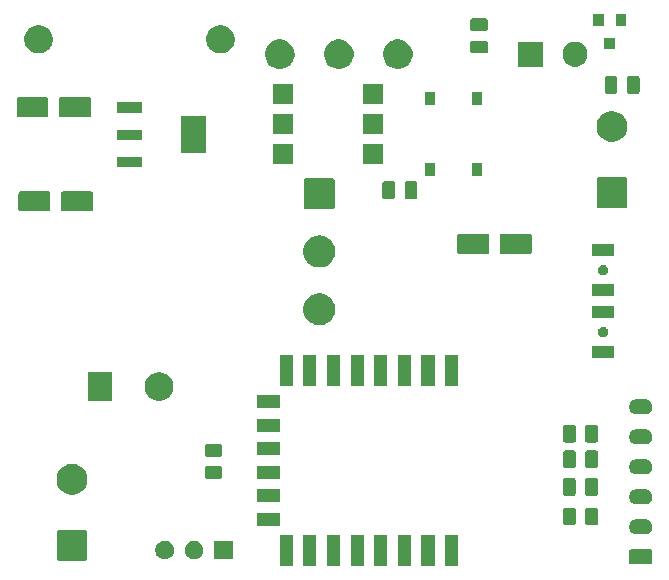
<source format=gbr>
G04 #@! TF.GenerationSoftware,KiCad,Pcbnew,(5.1.5)-3*
G04 #@! TF.CreationDate,2020-09-11T10:44:40-03:00*
G04 #@! TF.ProjectId,HomeTron(kicad),486f6d65-5472-46f6-9e28-6b6963616429,rev?*
G04 #@! TF.SameCoordinates,Original*
G04 #@! TF.FileFunction,Soldermask,Bot*
G04 #@! TF.FilePolarity,Negative*
%FSLAX46Y46*%
G04 Gerber Fmt 4.6, Leading zero omitted, Abs format (unit mm)*
G04 Created by KiCad (PCBNEW (5.1.5)-3) date 2020-09-11 10:44:40*
%MOMM*%
%LPD*%
G04 APERTURE LIST*
%ADD10C,0.100000*%
G04 APERTURE END LIST*
D10*
G36*
X45841100Y-60780500D02*
G01*
X44739100Y-60780500D01*
X44739100Y-58178500D01*
X45841100Y-58178500D01*
X45841100Y-60780500D01*
G37*
G36*
X51841100Y-60780500D02*
G01*
X50739100Y-60780500D01*
X50739100Y-58178500D01*
X51841100Y-58178500D01*
X51841100Y-60780500D01*
G37*
G36*
X49841100Y-60780500D02*
G01*
X48739100Y-60780500D01*
X48739100Y-58178500D01*
X49841100Y-58178500D01*
X49841100Y-60780500D01*
G37*
G36*
X47841100Y-60780500D02*
G01*
X46739100Y-60780500D01*
X46739100Y-58178500D01*
X47841100Y-58178500D01*
X47841100Y-60780500D01*
G37*
G36*
X37841100Y-60780500D02*
G01*
X36739100Y-60780500D01*
X36739100Y-58178500D01*
X37841100Y-58178500D01*
X37841100Y-60780500D01*
G37*
G36*
X41841100Y-60780500D02*
G01*
X40739100Y-60780500D01*
X40739100Y-58178500D01*
X41841100Y-58178500D01*
X41841100Y-60780500D01*
G37*
G36*
X39841100Y-60780500D02*
G01*
X38739100Y-60780500D01*
X38739100Y-58178500D01*
X39841100Y-58178500D01*
X39841100Y-60780500D01*
G37*
G36*
X43841100Y-60780500D02*
G01*
X42739100Y-60780500D01*
X42739100Y-58178500D01*
X43841100Y-58178500D01*
X43841100Y-60780500D01*
G37*
G36*
X68121631Y-59401349D02*
G01*
X68159165Y-59412735D01*
X68193764Y-59431229D01*
X68224086Y-59456114D01*
X68248971Y-59486436D01*
X68267465Y-59521035D01*
X68278851Y-59558569D01*
X68283300Y-59603746D01*
X68283300Y-60462054D01*
X68278851Y-60507231D01*
X68267465Y-60544765D01*
X68248971Y-60579364D01*
X68224086Y-60609686D01*
X68193764Y-60634571D01*
X68159165Y-60653065D01*
X68121631Y-60664451D01*
X68076454Y-60668900D01*
X66518146Y-60668900D01*
X66472969Y-60664451D01*
X66435435Y-60653065D01*
X66400836Y-60634571D01*
X66370514Y-60609686D01*
X66345629Y-60579364D01*
X66327135Y-60544765D01*
X66315749Y-60507231D01*
X66311300Y-60462054D01*
X66311300Y-59603746D01*
X66315749Y-59558569D01*
X66327135Y-59521035D01*
X66345629Y-59486436D01*
X66370514Y-59456114D01*
X66400836Y-59431229D01*
X66435435Y-59412735D01*
X66472969Y-59401349D01*
X66518146Y-59396900D01*
X68076454Y-59396900D01*
X68121631Y-59401349D01*
G37*
G36*
X20310554Y-57772490D02*
G01*
X20342632Y-57782221D01*
X20372195Y-57798023D01*
X20398110Y-57819290D01*
X20419377Y-57845205D01*
X20435179Y-57874768D01*
X20444910Y-57906846D01*
X20448800Y-57946348D01*
X20448800Y-60192852D01*
X20444910Y-60232354D01*
X20435179Y-60264432D01*
X20419377Y-60293995D01*
X20398110Y-60319910D01*
X20372195Y-60341177D01*
X20342632Y-60356979D01*
X20310554Y-60366710D01*
X20271052Y-60370600D01*
X18024548Y-60370600D01*
X17985046Y-60366710D01*
X17952968Y-60356979D01*
X17923405Y-60341177D01*
X17897490Y-60319910D01*
X17876223Y-60293995D01*
X17860421Y-60264432D01*
X17850690Y-60232354D01*
X17846800Y-60192852D01*
X17846800Y-57946348D01*
X17850690Y-57906846D01*
X17860421Y-57874768D01*
X17876223Y-57845205D01*
X17897490Y-57819290D01*
X17923405Y-57798023D01*
X17952968Y-57782221D01*
X17985046Y-57772490D01*
X18024548Y-57768600D01*
X20271052Y-57768600D01*
X20310554Y-57772490D01*
G37*
G36*
X27222942Y-58692981D02*
G01*
X27327392Y-58736246D01*
X27368716Y-58753363D01*
X27499908Y-58841022D01*
X27611478Y-58952592D01*
X27699137Y-59083784D01*
X27699138Y-59083786D01*
X27759519Y-59229558D01*
X27790300Y-59384307D01*
X27790300Y-59542093D01*
X27759519Y-59696842D01*
X27699138Y-59842614D01*
X27699137Y-59842616D01*
X27611478Y-59973808D01*
X27499908Y-60085378D01*
X27368716Y-60173037D01*
X27368715Y-60173038D01*
X27368714Y-60173038D01*
X27222942Y-60233419D01*
X27068193Y-60264200D01*
X26910407Y-60264200D01*
X26755658Y-60233419D01*
X26609886Y-60173038D01*
X26609885Y-60173038D01*
X26609884Y-60173037D01*
X26478692Y-60085378D01*
X26367122Y-59973808D01*
X26279463Y-59842616D01*
X26279462Y-59842614D01*
X26219081Y-59696842D01*
X26188300Y-59542093D01*
X26188300Y-59384307D01*
X26219081Y-59229558D01*
X26279462Y-59083786D01*
X26279463Y-59083784D01*
X26367122Y-58952592D01*
X26478692Y-58841022D01*
X26609884Y-58753363D01*
X26651208Y-58736246D01*
X26755658Y-58692981D01*
X26910407Y-58662200D01*
X27068193Y-58662200D01*
X27222942Y-58692981D01*
G37*
G36*
X29712942Y-58692981D02*
G01*
X29817392Y-58736246D01*
X29858716Y-58753363D01*
X29989908Y-58841022D01*
X30101478Y-58952592D01*
X30189137Y-59083784D01*
X30189138Y-59083786D01*
X30249519Y-59229558D01*
X30280300Y-59384307D01*
X30280300Y-59542093D01*
X30249519Y-59696842D01*
X30189138Y-59842614D01*
X30189137Y-59842616D01*
X30101478Y-59973808D01*
X29989908Y-60085378D01*
X29858716Y-60173037D01*
X29858715Y-60173038D01*
X29858714Y-60173038D01*
X29712942Y-60233419D01*
X29558193Y-60264200D01*
X29400407Y-60264200D01*
X29245658Y-60233419D01*
X29099886Y-60173038D01*
X29099885Y-60173038D01*
X29099884Y-60173037D01*
X28968692Y-60085378D01*
X28857122Y-59973808D01*
X28769463Y-59842616D01*
X28769462Y-59842614D01*
X28709081Y-59696842D01*
X28678300Y-59542093D01*
X28678300Y-59384307D01*
X28709081Y-59229558D01*
X28769462Y-59083786D01*
X28769463Y-59083784D01*
X28857122Y-58952592D01*
X28968692Y-58841022D01*
X29099884Y-58753363D01*
X29141208Y-58736246D01*
X29245658Y-58692981D01*
X29400407Y-58662200D01*
X29558193Y-58662200D01*
X29712942Y-58692981D01*
G37*
G36*
X32715764Y-58664092D02*
G01*
X32728333Y-58667905D01*
X32739918Y-58674097D01*
X32750071Y-58682429D01*
X32758403Y-58692582D01*
X32764595Y-58704167D01*
X32768408Y-58716736D01*
X32770300Y-58735948D01*
X32770300Y-60190452D01*
X32768408Y-60209664D01*
X32764595Y-60222233D01*
X32758403Y-60233818D01*
X32750071Y-60243971D01*
X32739918Y-60252303D01*
X32728333Y-60258495D01*
X32715764Y-60262308D01*
X32696552Y-60264200D01*
X31242048Y-60264200D01*
X31222836Y-60262308D01*
X31210267Y-60258495D01*
X31198682Y-60252303D01*
X31188529Y-60243971D01*
X31180197Y-60233818D01*
X31174005Y-60222233D01*
X31170192Y-60209664D01*
X31168300Y-60190452D01*
X31168300Y-58735948D01*
X31170192Y-58716736D01*
X31174005Y-58704167D01*
X31180197Y-58692582D01*
X31188529Y-58682429D01*
X31198682Y-58674097D01*
X31210267Y-58667905D01*
X31222836Y-58664092D01*
X31242048Y-58662200D01*
X32696552Y-58662200D01*
X32715764Y-58664092D01*
G37*
G36*
X67771976Y-56866102D02*
G01*
X67891867Y-56902471D01*
X68002352Y-56961526D01*
X68099196Y-57041004D01*
X68178674Y-57137848D01*
X68237729Y-57248333D01*
X68274098Y-57368224D01*
X68286377Y-57492900D01*
X68274098Y-57617576D01*
X68237729Y-57737467D01*
X68178674Y-57847952D01*
X68099196Y-57944796D01*
X68002352Y-58024274D01*
X67891867Y-58083329D01*
X67771976Y-58119698D01*
X67678544Y-58128900D01*
X66916056Y-58128900D01*
X66822624Y-58119698D01*
X66702733Y-58083329D01*
X66592248Y-58024274D01*
X66495404Y-57944796D01*
X66415926Y-57847952D01*
X66356871Y-57737467D01*
X66320502Y-57617576D01*
X66308223Y-57492900D01*
X66320502Y-57368224D01*
X66356871Y-57248333D01*
X66415926Y-57137848D01*
X66495404Y-57041004D01*
X66592248Y-56961526D01*
X66702733Y-56902471D01*
X66822624Y-56866102D01*
X66916056Y-56856900D01*
X67678544Y-56856900D01*
X67771976Y-56866102D01*
G37*
G36*
X36741100Y-57430500D02*
G01*
X34839100Y-57430500D01*
X34839100Y-56328500D01*
X36741100Y-56328500D01*
X36741100Y-57430500D01*
G37*
G36*
X63514068Y-55870165D02*
G01*
X63552738Y-55881896D01*
X63588377Y-55900946D01*
X63619617Y-55926583D01*
X63645254Y-55957823D01*
X63664304Y-55993462D01*
X63676035Y-56032132D01*
X63680600Y-56078488D01*
X63680600Y-57154712D01*
X63676035Y-57201068D01*
X63664304Y-57239738D01*
X63645254Y-57275377D01*
X63619617Y-57306617D01*
X63588377Y-57332254D01*
X63552738Y-57351304D01*
X63514068Y-57363035D01*
X63467712Y-57367600D01*
X62816488Y-57367600D01*
X62770132Y-57363035D01*
X62731462Y-57351304D01*
X62695823Y-57332254D01*
X62664583Y-57306617D01*
X62638946Y-57275377D01*
X62619896Y-57239738D01*
X62608165Y-57201068D01*
X62603600Y-57154712D01*
X62603600Y-56078488D01*
X62608165Y-56032132D01*
X62619896Y-55993462D01*
X62638946Y-55957823D01*
X62664583Y-55926583D01*
X62695823Y-55900946D01*
X62731462Y-55881896D01*
X62770132Y-55870165D01*
X62816488Y-55865600D01*
X63467712Y-55865600D01*
X63514068Y-55870165D01*
G37*
G36*
X61639068Y-55870165D02*
G01*
X61677738Y-55881896D01*
X61713377Y-55900946D01*
X61744617Y-55926583D01*
X61770254Y-55957823D01*
X61789304Y-55993462D01*
X61801035Y-56032132D01*
X61805600Y-56078488D01*
X61805600Y-57154712D01*
X61801035Y-57201068D01*
X61789304Y-57239738D01*
X61770254Y-57275377D01*
X61744617Y-57306617D01*
X61713377Y-57332254D01*
X61677738Y-57351304D01*
X61639068Y-57363035D01*
X61592712Y-57367600D01*
X60941488Y-57367600D01*
X60895132Y-57363035D01*
X60856462Y-57351304D01*
X60820823Y-57332254D01*
X60789583Y-57306617D01*
X60763946Y-57275377D01*
X60744896Y-57239738D01*
X60733165Y-57201068D01*
X60728600Y-57154712D01*
X60728600Y-56078488D01*
X60733165Y-56032132D01*
X60744896Y-55993462D01*
X60763946Y-55957823D01*
X60789583Y-55926583D01*
X60820823Y-55900946D01*
X60856462Y-55881896D01*
X60895132Y-55870165D01*
X60941488Y-55865600D01*
X61592712Y-55865600D01*
X61639068Y-55870165D01*
G37*
G36*
X67771976Y-54326102D02*
G01*
X67891867Y-54362471D01*
X68002352Y-54421526D01*
X68099196Y-54501004D01*
X68178674Y-54597848D01*
X68237729Y-54708333D01*
X68274098Y-54828224D01*
X68286377Y-54952900D01*
X68274098Y-55077576D01*
X68237729Y-55197467D01*
X68178674Y-55307952D01*
X68099196Y-55404796D01*
X68002352Y-55484274D01*
X67891867Y-55543329D01*
X67771976Y-55579698D01*
X67678544Y-55588900D01*
X66916056Y-55588900D01*
X66822624Y-55579698D01*
X66702733Y-55543329D01*
X66592248Y-55484274D01*
X66495404Y-55404796D01*
X66415926Y-55307952D01*
X66356871Y-55197467D01*
X66320502Y-55077576D01*
X66308223Y-54952900D01*
X66320502Y-54828224D01*
X66356871Y-54708333D01*
X66415926Y-54597848D01*
X66495404Y-54501004D01*
X66592248Y-54421526D01*
X66702733Y-54362471D01*
X66822624Y-54326102D01*
X66916056Y-54316900D01*
X67678544Y-54316900D01*
X67771976Y-54326102D01*
G37*
G36*
X36741100Y-55430500D02*
G01*
X34839100Y-55430500D01*
X34839100Y-54328500D01*
X36741100Y-54328500D01*
X36741100Y-55430500D01*
G37*
G36*
X63501368Y-53368265D02*
G01*
X63540038Y-53379996D01*
X63575677Y-53399046D01*
X63606917Y-53424683D01*
X63632554Y-53455923D01*
X63651604Y-53491562D01*
X63663335Y-53530232D01*
X63667900Y-53576588D01*
X63667900Y-54652812D01*
X63663335Y-54699168D01*
X63651604Y-54737838D01*
X63632554Y-54773477D01*
X63606917Y-54804717D01*
X63575677Y-54830354D01*
X63540038Y-54849404D01*
X63501368Y-54861135D01*
X63455012Y-54865700D01*
X62803788Y-54865700D01*
X62757432Y-54861135D01*
X62718762Y-54849404D01*
X62683123Y-54830354D01*
X62651883Y-54804717D01*
X62626246Y-54773477D01*
X62607196Y-54737838D01*
X62595465Y-54699168D01*
X62590900Y-54652812D01*
X62590900Y-53576588D01*
X62595465Y-53530232D01*
X62607196Y-53491562D01*
X62626246Y-53455923D01*
X62651883Y-53424683D01*
X62683123Y-53399046D01*
X62718762Y-53379996D01*
X62757432Y-53368265D01*
X62803788Y-53363700D01*
X63455012Y-53363700D01*
X63501368Y-53368265D01*
G37*
G36*
X61626368Y-53368265D02*
G01*
X61665038Y-53379996D01*
X61700677Y-53399046D01*
X61731917Y-53424683D01*
X61757554Y-53455923D01*
X61776604Y-53491562D01*
X61788335Y-53530232D01*
X61792900Y-53576588D01*
X61792900Y-54652812D01*
X61788335Y-54699168D01*
X61776604Y-54737838D01*
X61757554Y-54773477D01*
X61731917Y-54804717D01*
X61700677Y-54830354D01*
X61665038Y-54849404D01*
X61626368Y-54861135D01*
X61580012Y-54865700D01*
X60928788Y-54865700D01*
X60882432Y-54861135D01*
X60843762Y-54849404D01*
X60808123Y-54830354D01*
X60776883Y-54804717D01*
X60751246Y-54773477D01*
X60732196Y-54737838D01*
X60720465Y-54699168D01*
X60715900Y-54652812D01*
X60715900Y-53576588D01*
X60720465Y-53530232D01*
X60732196Y-53491562D01*
X60751246Y-53455923D01*
X60776883Y-53424683D01*
X60808123Y-53399046D01*
X60843762Y-53379996D01*
X60882432Y-53368265D01*
X60928788Y-53363700D01*
X61580012Y-53363700D01*
X61626368Y-53368265D01*
G37*
G36*
X19527287Y-52218596D02*
G01*
X19695378Y-52288222D01*
X19764055Y-52316669D01*
X19888884Y-52400077D01*
X19977139Y-52459047D01*
X20158353Y-52640261D01*
X20300732Y-52853347D01*
X20398804Y-53090113D01*
X20448800Y-53341461D01*
X20448800Y-53597739D01*
X20398804Y-53849087D01*
X20300732Y-54085853D01*
X20300731Y-54085855D01*
X20158353Y-54298939D01*
X19977139Y-54480153D01*
X19764055Y-54622531D01*
X19764054Y-54622532D01*
X19764053Y-54622532D01*
X19527287Y-54720604D01*
X19275939Y-54770600D01*
X19019661Y-54770600D01*
X18768313Y-54720604D01*
X18531547Y-54622532D01*
X18531546Y-54622532D01*
X18531545Y-54622531D01*
X18318461Y-54480153D01*
X18137247Y-54298939D01*
X17994869Y-54085855D01*
X17994868Y-54085853D01*
X17896796Y-53849087D01*
X17846800Y-53597739D01*
X17846800Y-53341461D01*
X17896796Y-53090113D01*
X17994868Y-52853347D01*
X18137247Y-52640261D01*
X18318461Y-52459047D01*
X18406716Y-52400077D01*
X18531545Y-52316669D01*
X18600222Y-52288222D01*
X18768313Y-52218596D01*
X19019661Y-52168600D01*
X19275939Y-52168600D01*
X19527287Y-52218596D01*
G37*
G36*
X31712168Y-52359265D02*
G01*
X31750838Y-52370996D01*
X31786477Y-52390046D01*
X31817717Y-52415683D01*
X31843354Y-52446923D01*
X31862404Y-52482562D01*
X31874135Y-52521232D01*
X31878700Y-52567588D01*
X31878700Y-53218812D01*
X31874135Y-53265168D01*
X31862404Y-53303838D01*
X31843354Y-53339477D01*
X31817717Y-53370717D01*
X31786477Y-53396354D01*
X31750838Y-53415404D01*
X31712168Y-53427135D01*
X31665812Y-53431700D01*
X30589588Y-53431700D01*
X30543232Y-53427135D01*
X30504562Y-53415404D01*
X30468923Y-53396354D01*
X30437683Y-53370717D01*
X30412046Y-53339477D01*
X30392996Y-53303838D01*
X30381265Y-53265168D01*
X30376700Y-53218812D01*
X30376700Y-52567588D01*
X30381265Y-52521232D01*
X30392996Y-52482562D01*
X30412046Y-52446923D01*
X30437683Y-52415683D01*
X30468923Y-52390046D01*
X30504562Y-52370996D01*
X30543232Y-52359265D01*
X30589588Y-52354700D01*
X31665812Y-52354700D01*
X31712168Y-52359265D01*
G37*
G36*
X36741100Y-53430500D02*
G01*
X34839100Y-53430500D01*
X34839100Y-52328500D01*
X36741100Y-52328500D01*
X36741100Y-53430500D01*
G37*
G36*
X67771976Y-51786102D02*
G01*
X67891867Y-51822471D01*
X68002352Y-51881526D01*
X68099196Y-51961004D01*
X68178674Y-52057848D01*
X68237729Y-52168333D01*
X68274098Y-52288224D01*
X68286377Y-52412900D01*
X68274098Y-52537576D01*
X68237729Y-52657467D01*
X68178674Y-52767952D01*
X68099196Y-52864796D01*
X68002352Y-52944274D01*
X67891867Y-53003329D01*
X67771976Y-53039698D01*
X67678544Y-53048900D01*
X66916056Y-53048900D01*
X66822624Y-53039698D01*
X66702733Y-53003329D01*
X66592248Y-52944274D01*
X66495404Y-52864796D01*
X66415926Y-52767952D01*
X66356871Y-52657467D01*
X66320502Y-52537576D01*
X66308223Y-52412900D01*
X66320502Y-52288224D01*
X66356871Y-52168333D01*
X66415926Y-52057848D01*
X66495404Y-51961004D01*
X66592248Y-51881526D01*
X66702733Y-51822471D01*
X66822624Y-51786102D01*
X66916056Y-51776900D01*
X67678544Y-51776900D01*
X67771976Y-51786102D01*
G37*
G36*
X63514068Y-51031465D02*
G01*
X63552738Y-51043196D01*
X63588377Y-51062246D01*
X63619617Y-51087883D01*
X63645254Y-51119123D01*
X63664304Y-51154762D01*
X63676035Y-51193432D01*
X63680600Y-51239788D01*
X63680600Y-52316012D01*
X63676035Y-52362368D01*
X63664304Y-52401038D01*
X63645254Y-52436677D01*
X63619617Y-52467917D01*
X63588377Y-52493554D01*
X63552738Y-52512604D01*
X63514068Y-52524335D01*
X63467712Y-52528900D01*
X62816488Y-52528900D01*
X62770132Y-52524335D01*
X62731462Y-52512604D01*
X62695823Y-52493554D01*
X62664583Y-52467917D01*
X62638946Y-52436677D01*
X62619896Y-52401038D01*
X62608165Y-52362368D01*
X62603600Y-52316012D01*
X62603600Y-51239788D01*
X62608165Y-51193432D01*
X62619896Y-51154762D01*
X62638946Y-51119123D01*
X62664583Y-51087883D01*
X62695823Y-51062246D01*
X62731462Y-51043196D01*
X62770132Y-51031465D01*
X62816488Y-51026900D01*
X63467712Y-51026900D01*
X63514068Y-51031465D01*
G37*
G36*
X61639068Y-51031465D02*
G01*
X61677738Y-51043196D01*
X61713377Y-51062246D01*
X61744617Y-51087883D01*
X61770254Y-51119123D01*
X61789304Y-51154762D01*
X61801035Y-51193432D01*
X61805600Y-51239788D01*
X61805600Y-52316012D01*
X61801035Y-52362368D01*
X61789304Y-52401038D01*
X61770254Y-52436677D01*
X61744617Y-52467917D01*
X61713377Y-52493554D01*
X61677738Y-52512604D01*
X61639068Y-52524335D01*
X61592712Y-52528900D01*
X60941488Y-52528900D01*
X60895132Y-52524335D01*
X60856462Y-52512604D01*
X60820823Y-52493554D01*
X60789583Y-52467917D01*
X60763946Y-52436677D01*
X60744896Y-52401038D01*
X60733165Y-52362368D01*
X60728600Y-52316012D01*
X60728600Y-51239788D01*
X60733165Y-51193432D01*
X60744896Y-51154762D01*
X60763946Y-51119123D01*
X60789583Y-51087883D01*
X60820823Y-51062246D01*
X60856462Y-51043196D01*
X60895132Y-51031465D01*
X60941488Y-51026900D01*
X61592712Y-51026900D01*
X61639068Y-51031465D01*
G37*
G36*
X31712168Y-50484265D02*
G01*
X31750838Y-50495996D01*
X31786477Y-50515046D01*
X31817717Y-50540683D01*
X31843354Y-50571923D01*
X31862404Y-50607562D01*
X31874135Y-50646232D01*
X31878700Y-50692588D01*
X31878700Y-51343812D01*
X31874135Y-51390168D01*
X31862404Y-51428838D01*
X31843354Y-51464477D01*
X31817717Y-51495717D01*
X31786477Y-51521354D01*
X31750838Y-51540404D01*
X31712168Y-51552135D01*
X31665812Y-51556700D01*
X30589588Y-51556700D01*
X30543232Y-51552135D01*
X30504562Y-51540404D01*
X30468923Y-51521354D01*
X30437683Y-51495717D01*
X30412046Y-51464477D01*
X30392996Y-51428838D01*
X30381265Y-51390168D01*
X30376700Y-51343812D01*
X30376700Y-50692588D01*
X30381265Y-50646232D01*
X30392996Y-50607562D01*
X30412046Y-50571923D01*
X30437683Y-50540683D01*
X30468923Y-50515046D01*
X30504562Y-50495996D01*
X30543232Y-50484265D01*
X30589588Y-50479700D01*
X31665812Y-50479700D01*
X31712168Y-50484265D01*
G37*
G36*
X36741100Y-51430500D02*
G01*
X34839100Y-51430500D01*
X34839100Y-50328500D01*
X36741100Y-50328500D01*
X36741100Y-51430500D01*
G37*
G36*
X67771976Y-49246102D02*
G01*
X67891867Y-49282471D01*
X68002352Y-49341526D01*
X68099196Y-49421004D01*
X68178674Y-49517848D01*
X68237729Y-49628333D01*
X68274098Y-49748224D01*
X68286377Y-49872900D01*
X68274098Y-49997576D01*
X68237729Y-50117467D01*
X68178674Y-50227952D01*
X68099196Y-50324796D01*
X68002352Y-50404274D01*
X67891867Y-50463329D01*
X67771976Y-50499698D01*
X67678544Y-50508900D01*
X66916056Y-50508900D01*
X66822624Y-50499698D01*
X66702733Y-50463329D01*
X66592248Y-50404274D01*
X66495404Y-50324796D01*
X66415926Y-50227952D01*
X66356871Y-50117467D01*
X66320502Y-49997576D01*
X66308223Y-49872900D01*
X66320502Y-49748224D01*
X66356871Y-49628333D01*
X66415926Y-49517848D01*
X66495404Y-49421004D01*
X66592248Y-49341526D01*
X66702733Y-49282471D01*
X66822624Y-49246102D01*
X66916056Y-49236900D01*
X67678544Y-49236900D01*
X67771976Y-49246102D01*
G37*
G36*
X63514068Y-48872465D02*
G01*
X63552738Y-48884196D01*
X63588377Y-48903246D01*
X63619617Y-48928883D01*
X63645254Y-48960123D01*
X63664304Y-48995762D01*
X63676035Y-49034432D01*
X63680600Y-49080788D01*
X63680600Y-50157012D01*
X63676035Y-50203368D01*
X63664304Y-50242038D01*
X63645254Y-50277677D01*
X63619617Y-50308917D01*
X63588377Y-50334554D01*
X63552738Y-50353604D01*
X63514068Y-50365335D01*
X63467712Y-50369900D01*
X62816488Y-50369900D01*
X62770132Y-50365335D01*
X62731462Y-50353604D01*
X62695823Y-50334554D01*
X62664583Y-50308917D01*
X62638946Y-50277677D01*
X62619896Y-50242038D01*
X62608165Y-50203368D01*
X62603600Y-50157012D01*
X62603600Y-49080788D01*
X62608165Y-49034432D01*
X62619896Y-48995762D01*
X62638946Y-48960123D01*
X62664583Y-48928883D01*
X62695823Y-48903246D01*
X62731462Y-48884196D01*
X62770132Y-48872465D01*
X62816488Y-48867900D01*
X63467712Y-48867900D01*
X63514068Y-48872465D01*
G37*
G36*
X61639068Y-48872465D02*
G01*
X61677738Y-48884196D01*
X61713377Y-48903246D01*
X61744617Y-48928883D01*
X61770254Y-48960123D01*
X61789304Y-48995762D01*
X61801035Y-49034432D01*
X61805600Y-49080788D01*
X61805600Y-50157012D01*
X61801035Y-50203368D01*
X61789304Y-50242038D01*
X61770254Y-50277677D01*
X61744617Y-50308917D01*
X61713377Y-50334554D01*
X61677738Y-50353604D01*
X61639068Y-50365335D01*
X61592712Y-50369900D01*
X60941488Y-50369900D01*
X60895132Y-50365335D01*
X60856462Y-50353604D01*
X60820823Y-50334554D01*
X60789583Y-50308917D01*
X60763946Y-50277677D01*
X60744896Y-50242038D01*
X60733165Y-50203368D01*
X60728600Y-50157012D01*
X60728600Y-49080788D01*
X60733165Y-49034432D01*
X60744896Y-48995762D01*
X60763946Y-48960123D01*
X60789583Y-48928883D01*
X60820823Y-48903246D01*
X60856462Y-48884196D01*
X60895132Y-48872465D01*
X60941488Y-48867900D01*
X61592712Y-48867900D01*
X61639068Y-48872465D01*
G37*
G36*
X36741100Y-49430500D02*
G01*
X34839100Y-49430500D01*
X34839100Y-48328500D01*
X36741100Y-48328500D01*
X36741100Y-49430500D01*
G37*
G36*
X67771976Y-46706102D02*
G01*
X67891867Y-46742471D01*
X68002352Y-46801526D01*
X68099196Y-46881004D01*
X68178674Y-46977848D01*
X68237729Y-47088333D01*
X68274098Y-47208224D01*
X68286377Y-47332900D01*
X68274098Y-47457576D01*
X68237729Y-47577467D01*
X68178674Y-47687952D01*
X68099196Y-47784796D01*
X68002352Y-47864274D01*
X67891867Y-47923329D01*
X67771976Y-47959698D01*
X67678544Y-47968900D01*
X66916056Y-47968900D01*
X66822624Y-47959698D01*
X66702733Y-47923329D01*
X66592248Y-47864274D01*
X66495404Y-47784796D01*
X66415926Y-47687952D01*
X66356871Y-47577467D01*
X66320502Y-47457576D01*
X66308223Y-47332900D01*
X66320502Y-47208224D01*
X66356871Y-47088333D01*
X66415926Y-46977848D01*
X66495404Y-46881004D01*
X66592248Y-46801526D01*
X66702733Y-46742471D01*
X66822624Y-46706102D01*
X66916056Y-46696900D01*
X67678544Y-46696900D01*
X67771976Y-46706102D01*
G37*
G36*
X36741100Y-47430500D02*
G01*
X34839100Y-47430500D01*
X34839100Y-46328500D01*
X36741100Y-46328500D01*
X36741100Y-47430500D01*
G37*
G36*
X26864118Y-44463553D02*
G01*
X27082685Y-44554087D01*
X27082687Y-44554088D01*
X27279393Y-44685522D01*
X27446678Y-44852807D01*
X27578112Y-45049513D01*
X27578113Y-45049515D01*
X27668647Y-45268082D01*
X27714800Y-45500110D01*
X27714800Y-45736690D01*
X27668647Y-45968718D01*
X27578113Y-46187285D01*
X27578112Y-46187287D01*
X27446678Y-46383993D01*
X27279393Y-46551278D01*
X27082687Y-46682712D01*
X27082686Y-46682713D01*
X27082685Y-46682713D01*
X26864118Y-46773247D01*
X26632090Y-46819400D01*
X26395510Y-46819400D01*
X26163482Y-46773247D01*
X25944915Y-46682713D01*
X25944914Y-46682713D01*
X25944913Y-46682712D01*
X25748207Y-46551278D01*
X25580922Y-46383993D01*
X25449488Y-46187287D01*
X25449487Y-46187285D01*
X25358953Y-45968718D01*
X25312800Y-45736690D01*
X25312800Y-45500110D01*
X25358953Y-45268082D01*
X25449487Y-45049515D01*
X25449488Y-45049513D01*
X25580922Y-44852807D01*
X25748207Y-44685522D01*
X25944913Y-44554088D01*
X25944915Y-44554087D01*
X26163482Y-44463553D01*
X26395510Y-44417400D01*
X26632090Y-44417400D01*
X26864118Y-44463553D01*
G37*
G36*
X22564800Y-46819400D02*
G01*
X20462800Y-46819400D01*
X20462800Y-44417400D01*
X22564800Y-44417400D01*
X22564800Y-46819400D01*
G37*
G36*
X51841100Y-45580500D02*
G01*
X50739100Y-45580500D01*
X50739100Y-42978500D01*
X51841100Y-42978500D01*
X51841100Y-45580500D01*
G37*
G36*
X37841100Y-45580500D02*
G01*
X36739100Y-45580500D01*
X36739100Y-42978500D01*
X37841100Y-42978500D01*
X37841100Y-45580500D01*
G37*
G36*
X39841100Y-45580500D02*
G01*
X38739100Y-45580500D01*
X38739100Y-42978500D01*
X39841100Y-42978500D01*
X39841100Y-45580500D01*
G37*
G36*
X49841100Y-45580500D02*
G01*
X48739100Y-45580500D01*
X48739100Y-42978500D01*
X49841100Y-42978500D01*
X49841100Y-45580500D01*
G37*
G36*
X47841100Y-45580500D02*
G01*
X46739100Y-45580500D01*
X46739100Y-42978500D01*
X47841100Y-42978500D01*
X47841100Y-45580500D01*
G37*
G36*
X45841100Y-45580500D02*
G01*
X44739100Y-45580500D01*
X44739100Y-42978500D01*
X45841100Y-42978500D01*
X45841100Y-45580500D01*
G37*
G36*
X43841100Y-45580500D02*
G01*
X42739100Y-45580500D01*
X42739100Y-42978500D01*
X43841100Y-42978500D01*
X43841100Y-45580500D01*
G37*
G36*
X41841100Y-45580500D02*
G01*
X40739100Y-45580500D01*
X40739100Y-42978500D01*
X41841100Y-42978500D01*
X41841100Y-45580500D01*
G37*
G36*
X65010600Y-43201680D02*
G01*
X63208600Y-43201680D01*
X63208600Y-42199680D01*
X65010600Y-42199680D01*
X65010600Y-43201680D01*
G37*
G36*
X64241152Y-40567011D02*
G01*
X64323227Y-40601008D01*
X64323229Y-40601009D01*
X64360413Y-40625855D01*
X64397095Y-40650365D01*
X64459915Y-40713185D01*
X64509272Y-40787053D01*
X64543269Y-40869128D01*
X64560600Y-40956259D01*
X64560600Y-41045101D01*
X64543269Y-41132232D01*
X64509272Y-41214307D01*
X64509271Y-41214309D01*
X64459914Y-41288176D01*
X64397096Y-41350994D01*
X64323229Y-41400351D01*
X64323228Y-41400352D01*
X64323227Y-41400352D01*
X64241152Y-41434349D01*
X64154021Y-41451680D01*
X64065179Y-41451680D01*
X63978048Y-41434349D01*
X63895973Y-41400352D01*
X63895972Y-41400352D01*
X63895971Y-41400351D01*
X63822104Y-41350994D01*
X63759286Y-41288176D01*
X63709929Y-41214309D01*
X63709928Y-41214307D01*
X63675931Y-41132232D01*
X63658600Y-41045101D01*
X63658600Y-40956259D01*
X63675931Y-40869128D01*
X63709928Y-40787053D01*
X63759285Y-40713185D01*
X63822105Y-40650365D01*
X63858787Y-40625855D01*
X63895971Y-40601009D01*
X63895973Y-40601008D01*
X63978048Y-40567011D01*
X64065179Y-40549680D01*
X64154021Y-40549680D01*
X64241152Y-40567011D01*
G37*
G36*
X40471272Y-37783618D02*
G01*
X40717139Y-37885459D01*
X40938412Y-38033310D01*
X41126590Y-38221488D01*
X41274441Y-38442761D01*
X41376282Y-38688628D01*
X41428200Y-38949638D01*
X41428200Y-39215762D01*
X41376282Y-39476772D01*
X41274441Y-39722639D01*
X41126590Y-39943912D01*
X40938412Y-40132090D01*
X40717139Y-40279941D01*
X40717138Y-40279942D01*
X40717137Y-40279942D01*
X40471272Y-40381782D01*
X40210263Y-40433700D01*
X39944137Y-40433700D01*
X39683128Y-40381782D01*
X39437263Y-40279942D01*
X39437262Y-40279942D01*
X39437261Y-40279941D01*
X39215988Y-40132090D01*
X39027810Y-39943912D01*
X38879959Y-39722639D01*
X38778118Y-39476772D01*
X38726200Y-39215762D01*
X38726200Y-38949638D01*
X38778118Y-38688628D01*
X38879959Y-38442761D01*
X39027810Y-38221488D01*
X39215988Y-38033310D01*
X39437261Y-37885459D01*
X39683128Y-37783618D01*
X39944137Y-37731700D01*
X40210263Y-37731700D01*
X40471272Y-37783618D01*
G37*
G36*
X65010600Y-39801680D02*
G01*
X63208600Y-39801680D01*
X63208600Y-38799680D01*
X65010600Y-38799680D01*
X65010600Y-39801680D01*
G37*
G36*
X65010600Y-37964200D02*
G01*
X63208600Y-37964200D01*
X63208600Y-36962200D01*
X65010600Y-36962200D01*
X65010600Y-37964200D01*
G37*
G36*
X64241152Y-35329531D02*
G01*
X64323227Y-35363528D01*
X64323229Y-35363529D01*
X64347791Y-35379941D01*
X64397095Y-35412885D01*
X64459915Y-35475705D01*
X64509272Y-35549573D01*
X64543269Y-35631648D01*
X64560600Y-35718779D01*
X64560600Y-35807621D01*
X64543269Y-35894752D01*
X64509272Y-35976827D01*
X64509271Y-35976829D01*
X64459914Y-36050696D01*
X64397096Y-36113514D01*
X64323229Y-36162871D01*
X64323228Y-36162872D01*
X64323227Y-36162872D01*
X64241152Y-36196869D01*
X64154021Y-36214200D01*
X64065179Y-36214200D01*
X63978048Y-36196869D01*
X63895973Y-36162872D01*
X63895972Y-36162872D01*
X63895971Y-36162871D01*
X63822104Y-36113514D01*
X63759286Y-36050696D01*
X63709929Y-35976829D01*
X63709928Y-35976827D01*
X63675931Y-35894752D01*
X63658600Y-35807621D01*
X63658600Y-35718779D01*
X63675931Y-35631648D01*
X63709928Y-35549573D01*
X63759285Y-35475705D01*
X63822105Y-35412885D01*
X63871409Y-35379941D01*
X63895971Y-35363529D01*
X63895973Y-35363528D01*
X63978048Y-35329531D01*
X64065179Y-35312200D01*
X64154021Y-35312200D01*
X64241152Y-35329531D01*
G37*
G36*
X40238129Y-32837243D02*
G01*
X40471272Y-32883618D01*
X40717139Y-32985459D01*
X40828528Y-33059887D01*
X40938411Y-33133309D01*
X41126591Y-33321489D01*
X41274442Y-33542763D01*
X41376282Y-33788628D01*
X41428200Y-34049637D01*
X41428200Y-34315763D01*
X41413606Y-34389130D01*
X41376282Y-34576772D01*
X41274441Y-34822639D01*
X41126590Y-35043912D01*
X40938412Y-35232090D01*
X40717139Y-35379941D01*
X40717138Y-35379942D01*
X40717137Y-35379942D01*
X40471272Y-35481782D01*
X40210263Y-35533700D01*
X39944137Y-35533700D01*
X39683128Y-35481782D01*
X39437263Y-35379942D01*
X39437262Y-35379942D01*
X39437261Y-35379941D01*
X39215988Y-35232090D01*
X39027810Y-35043912D01*
X38879959Y-34822639D01*
X38778118Y-34576772D01*
X38740794Y-34389130D01*
X38726200Y-34315763D01*
X38726200Y-34049637D01*
X38778118Y-33788628D01*
X38879958Y-33542763D01*
X39027809Y-33321489D01*
X39215989Y-33133309D01*
X39325872Y-33059887D01*
X39437261Y-32985459D01*
X39683128Y-32883618D01*
X39916271Y-32837243D01*
X39944137Y-32831700D01*
X40210263Y-32831700D01*
X40238129Y-32837243D01*
G37*
G36*
X65010600Y-34564200D02*
G01*
X63208600Y-34564200D01*
X63208600Y-33562200D01*
X65010600Y-33562200D01*
X65010600Y-34564200D01*
G37*
G36*
X54325877Y-32696291D02*
G01*
X54359532Y-32706501D01*
X54390545Y-32723078D01*
X54417731Y-32745389D01*
X54440042Y-32772575D01*
X54456619Y-32803588D01*
X54466829Y-32837243D01*
X54470880Y-32878378D01*
X54470880Y-34208102D01*
X54466829Y-34249237D01*
X54456619Y-34282892D01*
X54440042Y-34313905D01*
X54417731Y-34341091D01*
X54390545Y-34363402D01*
X54359532Y-34379979D01*
X54325877Y-34390189D01*
X54284742Y-34394240D01*
X51955018Y-34394240D01*
X51913883Y-34390189D01*
X51880228Y-34379979D01*
X51849215Y-34363402D01*
X51822029Y-34341091D01*
X51799718Y-34313905D01*
X51783141Y-34282892D01*
X51772931Y-34249237D01*
X51768880Y-34208102D01*
X51768880Y-32878378D01*
X51772931Y-32837243D01*
X51783141Y-32803588D01*
X51799718Y-32772575D01*
X51822029Y-32745389D01*
X51849215Y-32723078D01*
X51880228Y-32706501D01*
X51913883Y-32696291D01*
X51955018Y-32692240D01*
X54284742Y-32692240D01*
X54325877Y-32696291D01*
G37*
G36*
X57925877Y-32696291D02*
G01*
X57959532Y-32706501D01*
X57990545Y-32723078D01*
X58017731Y-32745389D01*
X58040042Y-32772575D01*
X58056619Y-32803588D01*
X58066829Y-32837243D01*
X58070880Y-32878378D01*
X58070880Y-34208102D01*
X58066829Y-34249237D01*
X58056619Y-34282892D01*
X58040042Y-34313905D01*
X58017731Y-34341091D01*
X57990545Y-34363402D01*
X57959532Y-34379979D01*
X57925877Y-34390189D01*
X57884742Y-34394240D01*
X55555018Y-34394240D01*
X55513883Y-34390189D01*
X55480228Y-34379979D01*
X55449215Y-34363402D01*
X55422029Y-34341091D01*
X55399718Y-34313905D01*
X55383141Y-34282892D01*
X55372931Y-34249237D01*
X55368880Y-34208102D01*
X55368880Y-32878378D01*
X55372931Y-32837243D01*
X55383141Y-32803588D01*
X55399718Y-32772575D01*
X55422029Y-32745389D01*
X55449215Y-32723078D01*
X55480228Y-32706501D01*
X55513883Y-32696291D01*
X55555018Y-32692240D01*
X57884742Y-32692240D01*
X57925877Y-32696291D01*
G37*
G36*
X17173297Y-29099651D02*
G01*
X17206952Y-29109861D01*
X17237965Y-29126438D01*
X17265151Y-29148749D01*
X17287462Y-29175935D01*
X17304039Y-29206948D01*
X17314249Y-29240603D01*
X17318300Y-29281738D01*
X17318300Y-30611462D01*
X17314249Y-30652597D01*
X17304039Y-30686252D01*
X17287462Y-30717265D01*
X17265151Y-30744451D01*
X17237965Y-30766762D01*
X17206952Y-30783339D01*
X17173297Y-30793549D01*
X17132162Y-30797600D01*
X14802438Y-30797600D01*
X14761303Y-30793549D01*
X14727648Y-30783339D01*
X14696635Y-30766762D01*
X14669449Y-30744451D01*
X14647138Y-30717265D01*
X14630561Y-30686252D01*
X14620351Y-30652597D01*
X14616300Y-30611462D01*
X14616300Y-29281738D01*
X14620351Y-29240603D01*
X14630561Y-29206948D01*
X14647138Y-29175935D01*
X14669449Y-29148749D01*
X14696635Y-29126438D01*
X14727648Y-29109861D01*
X14761303Y-29099651D01*
X14802438Y-29095600D01*
X17132162Y-29095600D01*
X17173297Y-29099651D01*
G37*
G36*
X20773297Y-29099651D02*
G01*
X20806952Y-29109861D01*
X20837965Y-29126438D01*
X20865151Y-29148749D01*
X20887462Y-29175935D01*
X20904039Y-29206948D01*
X20914249Y-29240603D01*
X20918300Y-29281738D01*
X20918300Y-30611462D01*
X20914249Y-30652597D01*
X20904039Y-30686252D01*
X20887462Y-30717265D01*
X20865151Y-30744451D01*
X20837965Y-30766762D01*
X20806952Y-30783339D01*
X20773297Y-30793549D01*
X20732162Y-30797600D01*
X18402438Y-30797600D01*
X18361303Y-30793549D01*
X18327648Y-30783339D01*
X18296635Y-30766762D01*
X18269449Y-30744451D01*
X18247138Y-30717265D01*
X18230561Y-30686252D01*
X18220351Y-30652597D01*
X18216300Y-30611462D01*
X18216300Y-29281738D01*
X18220351Y-29240603D01*
X18230561Y-29206948D01*
X18247138Y-29175935D01*
X18269449Y-29148749D01*
X18296635Y-29126438D01*
X18327648Y-29109861D01*
X18361303Y-29099651D01*
X18402438Y-29095600D01*
X20732162Y-29095600D01*
X20773297Y-29099651D01*
G37*
G36*
X41239954Y-27985590D02*
G01*
X41272032Y-27995321D01*
X41301595Y-28011123D01*
X41327510Y-28032390D01*
X41348777Y-28058305D01*
X41364579Y-28087868D01*
X41374310Y-28119946D01*
X41378200Y-28159448D01*
X41378200Y-30405952D01*
X41374310Y-30445454D01*
X41364579Y-30477532D01*
X41348777Y-30507095D01*
X41327510Y-30533010D01*
X41301595Y-30554277D01*
X41272032Y-30570079D01*
X41239954Y-30579810D01*
X41200452Y-30583700D01*
X38953948Y-30583700D01*
X38914446Y-30579810D01*
X38882368Y-30570079D01*
X38852805Y-30554277D01*
X38826890Y-30533010D01*
X38805623Y-30507095D01*
X38789821Y-30477532D01*
X38780090Y-30445454D01*
X38776200Y-30405952D01*
X38776200Y-28159448D01*
X38780090Y-28119946D01*
X38789821Y-28087868D01*
X38805623Y-28058305D01*
X38826890Y-28032390D01*
X38852805Y-28011123D01*
X38882368Y-27995321D01*
X38914446Y-27985590D01*
X38953948Y-27981700D01*
X41200452Y-27981700D01*
X41239954Y-27985590D01*
G37*
G36*
X66025474Y-27902090D02*
G01*
X66057552Y-27911821D01*
X66087115Y-27927623D01*
X66113030Y-27948890D01*
X66134297Y-27974805D01*
X66150099Y-28004368D01*
X66159830Y-28036446D01*
X66163720Y-28075948D01*
X66163720Y-30322452D01*
X66159830Y-30361954D01*
X66150099Y-30394032D01*
X66134297Y-30423595D01*
X66113030Y-30449510D01*
X66087115Y-30470777D01*
X66057552Y-30486579D01*
X66025474Y-30496310D01*
X65985972Y-30500200D01*
X63739468Y-30500200D01*
X63699966Y-30496310D01*
X63667888Y-30486579D01*
X63638325Y-30470777D01*
X63612410Y-30449510D01*
X63591143Y-30423595D01*
X63575341Y-30394032D01*
X63565610Y-30361954D01*
X63561720Y-30322452D01*
X63561720Y-28075948D01*
X63565610Y-28036446D01*
X63575341Y-28004368D01*
X63591143Y-27974805D01*
X63612410Y-27948890D01*
X63638325Y-27927623D01*
X63667888Y-27911821D01*
X63699966Y-27902090D01*
X63739468Y-27898200D01*
X65985972Y-27898200D01*
X66025474Y-27902090D01*
G37*
G36*
X48210568Y-28247665D02*
G01*
X48249238Y-28259396D01*
X48284877Y-28278446D01*
X48316117Y-28304083D01*
X48341754Y-28335323D01*
X48360804Y-28370962D01*
X48372535Y-28409632D01*
X48377100Y-28455988D01*
X48377100Y-29532212D01*
X48372535Y-29578568D01*
X48360804Y-29617238D01*
X48341754Y-29652877D01*
X48316117Y-29684117D01*
X48284877Y-29709754D01*
X48249238Y-29728804D01*
X48210568Y-29740535D01*
X48164212Y-29745100D01*
X47512988Y-29745100D01*
X47466632Y-29740535D01*
X47427962Y-29728804D01*
X47392323Y-29709754D01*
X47361083Y-29684117D01*
X47335446Y-29652877D01*
X47316396Y-29617238D01*
X47304665Y-29578568D01*
X47300100Y-29532212D01*
X47300100Y-28455988D01*
X47304665Y-28409632D01*
X47316396Y-28370962D01*
X47335446Y-28335323D01*
X47361083Y-28304083D01*
X47392323Y-28278446D01*
X47427962Y-28259396D01*
X47466632Y-28247665D01*
X47512988Y-28243100D01*
X48164212Y-28243100D01*
X48210568Y-28247665D01*
G37*
G36*
X46335568Y-28247665D02*
G01*
X46374238Y-28259396D01*
X46409877Y-28278446D01*
X46441117Y-28304083D01*
X46466754Y-28335323D01*
X46485804Y-28370962D01*
X46497535Y-28409632D01*
X46502100Y-28455988D01*
X46502100Y-29532212D01*
X46497535Y-29578568D01*
X46485804Y-29617238D01*
X46466754Y-29652877D01*
X46441117Y-29684117D01*
X46409877Y-29709754D01*
X46374238Y-29728804D01*
X46335568Y-29740535D01*
X46289212Y-29745100D01*
X45637988Y-29745100D01*
X45591632Y-29740535D01*
X45552962Y-29728804D01*
X45517323Y-29709754D01*
X45486083Y-29684117D01*
X45460446Y-29652877D01*
X45441396Y-29617238D01*
X45429665Y-29578568D01*
X45425100Y-29532212D01*
X45425100Y-28455988D01*
X45429665Y-28409632D01*
X45441396Y-28370962D01*
X45460446Y-28335323D01*
X45486083Y-28304083D01*
X45517323Y-28278446D01*
X45552962Y-28259396D01*
X45591632Y-28247665D01*
X45637988Y-28243100D01*
X46289212Y-28243100D01*
X46335568Y-28247665D01*
G37*
G36*
X49848700Y-27770300D02*
G01*
X49046700Y-27770300D01*
X49046700Y-26668300D01*
X49848700Y-26668300D01*
X49848700Y-27770300D01*
G37*
G36*
X53848700Y-27770300D02*
G01*
X53046700Y-27770300D01*
X53046700Y-26668300D01*
X53848700Y-26668300D01*
X53848700Y-27770300D01*
G37*
G36*
X25049000Y-27022300D02*
G01*
X22947000Y-27022300D01*
X22947000Y-26170300D01*
X25049000Y-26170300D01*
X25049000Y-27022300D01*
G37*
G36*
X37871500Y-26784400D02*
G01*
X36169500Y-26784400D01*
X36169500Y-25082400D01*
X37871500Y-25082400D01*
X37871500Y-26784400D01*
G37*
G36*
X45491500Y-26784400D02*
G01*
X43789500Y-26784400D01*
X43789500Y-25082400D01*
X45491500Y-25082400D01*
X45491500Y-26784400D01*
G37*
G36*
X30499000Y-25847300D02*
G01*
X28397000Y-25847300D01*
X28397000Y-22745300D01*
X30499000Y-22745300D01*
X30499000Y-25847300D01*
G37*
G36*
X65242207Y-22348196D02*
G01*
X65421109Y-22422300D01*
X65478975Y-22446269D01*
X65692059Y-22588647D01*
X65873273Y-22769861D01*
X66015652Y-22982947D01*
X66113724Y-23219713D01*
X66163720Y-23471061D01*
X66163720Y-23727339D01*
X66113724Y-23978687D01*
X66015652Y-24215453D01*
X66015651Y-24215455D01*
X65873273Y-24428539D01*
X65692059Y-24609753D01*
X65478975Y-24752131D01*
X65478974Y-24752132D01*
X65478973Y-24752132D01*
X65242207Y-24850204D01*
X64990859Y-24900200D01*
X64734581Y-24900200D01*
X64483233Y-24850204D01*
X64246467Y-24752132D01*
X64246466Y-24752132D01*
X64246465Y-24752131D01*
X64033381Y-24609753D01*
X63852167Y-24428539D01*
X63709789Y-24215455D01*
X63709788Y-24215453D01*
X63611716Y-23978687D01*
X63561720Y-23727339D01*
X63561720Y-23471061D01*
X63611716Y-23219713D01*
X63709788Y-22982947D01*
X63852167Y-22769861D01*
X64033381Y-22588647D01*
X64246465Y-22446269D01*
X64304331Y-22422300D01*
X64483233Y-22348196D01*
X64734581Y-22298200D01*
X64990859Y-22298200D01*
X65242207Y-22348196D01*
G37*
G36*
X25049000Y-24722300D02*
G01*
X22947000Y-24722300D01*
X22947000Y-23870300D01*
X25049000Y-23870300D01*
X25049000Y-24722300D01*
G37*
G36*
X37871500Y-24244400D02*
G01*
X36169500Y-24244400D01*
X36169500Y-22542400D01*
X37871500Y-22542400D01*
X37871500Y-24244400D01*
G37*
G36*
X45491500Y-24244400D02*
G01*
X43789500Y-24244400D01*
X43789500Y-22542400D01*
X45491500Y-22542400D01*
X45491500Y-24244400D01*
G37*
G36*
X20608197Y-21124051D02*
G01*
X20641852Y-21134261D01*
X20672865Y-21150838D01*
X20700051Y-21173149D01*
X20722362Y-21200335D01*
X20738939Y-21231348D01*
X20749149Y-21265003D01*
X20753200Y-21306138D01*
X20753200Y-22635862D01*
X20749149Y-22676997D01*
X20738939Y-22710652D01*
X20722362Y-22741665D01*
X20700051Y-22768851D01*
X20672865Y-22791162D01*
X20641852Y-22807739D01*
X20608197Y-22817949D01*
X20567062Y-22822000D01*
X18237338Y-22822000D01*
X18196203Y-22817949D01*
X18162548Y-22807739D01*
X18131535Y-22791162D01*
X18104349Y-22768851D01*
X18082038Y-22741665D01*
X18065461Y-22710652D01*
X18055251Y-22676997D01*
X18051200Y-22635862D01*
X18051200Y-21306138D01*
X18055251Y-21265003D01*
X18065461Y-21231348D01*
X18082038Y-21200335D01*
X18104349Y-21173149D01*
X18131535Y-21150838D01*
X18162548Y-21134261D01*
X18196203Y-21124051D01*
X18237338Y-21120000D01*
X20567062Y-21120000D01*
X20608197Y-21124051D01*
G37*
G36*
X17008197Y-21124051D02*
G01*
X17041852Y-21134261D01*
X17072865Y-21150838D01*
X17100051Y-21173149D01*
X17122362Y-21200335D01*
X17138939Y-21231348D01*
X17149149Y-21265003D01*
X17153200Y-21306138D01*
X17153200Y-22635862D01*
X17149149Y-22676997D01*
X17138939Y-22710652D01*
X17122362Y-22741665D01*
X17100051Y-22768851D01*
X17072865Y-22791162D01*
X17041852Y-22807739D01*
X17008197Y-22817949D01*
X16967062Y-22822000D01*
X14637338Y-22822000D01*
X14596203Y-22817949D01*
X14562548Y-22807739D01*
X14531535Y-22791162D01*
X14504349Y-22768851D01*
X14482038Y-22741665D01*
X14465461Y-22710652D01*
X14455251Y-22676997D01*
X14451200Y-22635862D01*
X14451200Y-21306138D01*
X14455251Y-21265003D01*
X14465461Y-21231348D01*
X14482038Y-21200335D01*
X14504349Y-21173149D01*
X14531535Y-21150838D01*
X14562548Y-21134261D01*
X14596203Y-21124051D01*
X14637338Y-21120000D01*
X16967062Y-21120000D01*
X17008197Y-21124051D01*
G37*
G36*
X25049000Y-22422300D02*
G01*
X22947000Y-22422300D01*
X22947000Y-21570300D01*
X25049000Y-21570300D01*
X25049000Y-22422300D01*
G37*
G36*
X53848700Y-21820300D02*
G01*
X53046700Y-21820300D01*
X53046700Y-20718300D01*
X53848700Y-20718300D01*
X53848700Y-21820300D01*
G37*
G36*
X49848700Y-21820300D02*
G01*
X49046700Y-21820300D01*
X49046700Y-20718300D01*
X49848700Y-20718300D01*
X49848700Y-21820300D01*
G37*
G36*
X45491500Y-21704400D02*
G01*
X43789500Y-21704400D01*
X43789500Y-20002400D01*
X45491500Y-20002400D01*
X45491500Y-21704400D01*
G37*
G36*
X37871500Y-21704400D02*
G01*
X36169500Y-21704400D01*
X36169500Y-20002400D01*
X37871500Y-20002400D01*
X37871500Y-21704400D01*
G37*
G36*
X65164588Y-19339885D02*
G01*
X65203258Y-19351616D01*
X65238897Y-19370666D01*
X65270137Y-19396303D01*
X65295774Y-19427543D01*
X65314824Y-19463182D01*
X65326555Y-19501852D01*
X65331120Y-19548208D01*
X65331120Y-20624432D01*
X65326555Y-20670788D01*
X65314824Y-20709458D01*
X65295774Y-20745097D01*
X65270137Y-20776337D01*
X65238897Y-20801974D01*
X65203258Y-20821024D01*
X65164588Y-20832755D01*
X65118232Y-20837320D01*
X64467008Y-20837320D01*
X64420652Y-20832755D01*
X64381982Y-20821024D01*
X64346343Y-20801974D01*
X64315103Y-20776337D01*
X64289466Y-20745097D01*
X64270416Y-20709458D01*
X64258685Y-20670788D01*
X64254120Y-20624432D01*
X64254120Y-19548208D01*
X64258685Y-19501852D01*
X64270416Y-19463182D01*
X64289466Y-19427543D01*
X64315103Y-19396303D01*
X64346343Y-19370666D01*
X64381982Y-19351616D01*
X64420652Y-19339885D01*
X64467008Y-19335320D01*
X65118232Y-19335320D01*
X65164588Y-19339885D01*
G37*
G36*
X67039588Y-19339885D02*
G01*
X67078258Y-19351616D01*
X67113897Y-19370666D01*
X67145137Y-19396303D01*
X67170774Y-19427543D01*
X67189824Y-19463182D01*
X67201555Y-19501852D01*
X67206120Y-19548208D01*
X67206120Y-20624432D01*
X67201555Y-20670788D01*
X67189824Y-20709458D01*
X67170774Y-20745097D01*
X67145137Y-20776337D01*
X67113897Y-20801974D01*
X67078258Y-20821024D01*
X67039588Y-20832755D01*
X66993232Y-20837320D01*
X66342008Y-20837320D01*
X66295652Y-20832755D01*
X66256982Y-20821024D01*
X66221343Y-20801974D01*
X66190103Y-20776337D01*
X66164466Y-20745097D01*
X66145416Y-20709458D01*
X66133685Y-20670788D01*
X66129120Y-20624432D01*
X66129120Y-19548208D01*
X66133685Y-19501852D01*
X66145416Y-19463182D01*
X66164466Y-19427543D01*
X66190103Y-19396303D01*
X66221343Y-19370666D01*
X66256982Y-19351616D01*
X66295652Y-19339885D01*
X66342008Y-19335320D01*
X66993232Y-19335320D01*
X67039588Y-19339885D01*
G37*
G36*
X42103103Y-16272275D02*
G01*
X42291654Y-16350375D01*
X42330771Y-16366578D01*
X42535666Y-16503485D01*
X42709915Y-16677734D01*
X42709916Y-16677736D01*
X42846823Y-16882631D01*
X42941125Y-17110297D01*
X42984433Y-17328019D01*
X42989200Y-17351987D01*
X42989200Y-17598413D01*
X42941125Y-17840103D01*
X42846822Y-18067771D01*
X42709915Y-18272666D01*
X42535666Y-18446915D01*
X42330771Y-18583822D01*
X42330770Y-18583823D01*
X42330769Y-18583823D01*
X42103103Y-18678125D01*
X41861414Y-18726200D01*
X41614986Y-18726200D01*
X41373297Y-18678125D01*
X41145631Y-18583823D01*
X41145630Y-18583823D01*
X41145629Y-18583822D01*
X40940734Y-18446915D01*
X40766485Y-18272666D01*
X40629578Y-18067771D01*
X40535275Y-17840103D01*
X40487200Y-17598413D01*
X40487200Y-17351987D01*
X40491968Y-17328019D01*
X40535275Y-17110297D01*
X40629577Y-16882631D01*
X40766484Y-16677736D01*
X40766485Y-16677734D01*
X40940734Y-16503485D01*
X41145629Y-16366578D01*
X41184747Y-16350375D01*
X41373297Y-16272275D01*
X41614986Y-16224200D01*
X41861414Y-16224200D01*
X42103103Y-16272275D01*
G37*
G36*
X37103103Y-16272275D02*
G01*
X37291654Y-16350375D01*
X37330771Y-16366578D01*
X37535666Y-16503485D01*
X37709915Y-16677734D01*
X37709916Y-16677736D01*
X37846823Y-16882631D01*
X37941125Y-17110297D01*
X37984433Y-17328019D01*
X37989200Y-17351987D01*
X37989200Y-17598413D01*
X37941125Y-17840103D01*
X37846822Y-18067771D01*
X37709915Y-18272666D01*
X37535666Y-18446915D01*
X37330771Y-18583822D01*
X37330770Y-18583823D01*
X37330769Y-18583823D01*
X37103103Y-18678125D01*
X36861414Y-18726200D01*
X36614986Y-18726200D01*
X36373297Y-18678125D01*
X36145631Y-18583823D01*
X36145630Y-18583823D01*
X36145629Y-18583822D01*
X35940734Y-18446915D01*
X35766485Y-18272666D01*
X35629578Y-18067771D01*
X35535275Y-17840103D01*
X35487200Y-17598413D01*
X35487200Y-17351987D01*
X35491968Y-17328019D01*
X35535275Y-17110297D01*
X35629577Y-16882631D01*
X35766484Y-16677736D01*
X35766485Y-16677734D01*
X35940734Y-16503485D01*
X36145629Y-16366578D01*
X36184747Y-16350375D01*
X36373297Y-16272275D01*
X36614986Y-16224200D01*
X36861414Y-16224200D01*
X37103103Y-16272275D01*
G37*
G36*
X47103103Y-16272275D02*
G01*
X47291654Y-16350375D01*
X47330771Y-16366578D01*
X47535666Y-16503485D01*
X47709915Y-16677734D01*
X47709916Y-16677736D01*
X47846823Y-16882631D01*
X47941125Y-17110297D01*
X47984433Y-17328019D01*
X47989200Y-17351987D01*
X47989200Y-17598413D01*
X47941125Y-17840103D01*
X47846822Y-18067771D01*
X47709915Y-18272666D01*
X47535666Y-18446915D01*
X47330771Y-18583822D01*
X47330770Y-18583823D01*
X47330769Y-18583823D01*
X47103103Y-18678125D01*
X46861414Y-18726200D01*
X46614986Y-18726200D01*
X46373297Y-18678125D01*
X46145631Y-18583823D01*
X46145630Y-18583823D01*
X46145629Y-18583822D01*
X45940734Y-18446915D01*
X45766485Y-18272666D01*
X45629578Y-18067771D01*
X45535275Y-17840103D01*
X45487200Y-17598413D01*
X45487200Y-17351987D01*
X45491968Y-17328019D01*
X45535275Y-17110297D01*
X45629577Y-16882631D01*
X45766484Y-16677736D01*
X45766485Y-16677734D01*
X45940734Y-16503485D01*
X46145629Y-16366578D01*
X46184747Y-16350375D01*
X46373297Y-16272275D01*
X46614986Y-16224200D01*
X46861414Y-16224200D01*
X47103103Y-16272275D01*
G37*
G36*
X62044764Y-16464589D02*
G01*
X62233505Y-16542768D01*
X62236035Y-16543816D01*
X62273303Y-16568718D01*
X62408173Y-16658835D01*
X62554565Y-16805227D01*
X62669585Y-16977367D01*
X62748811Y-17168636D01*
X62789200Y-17371684D01*
X62789200Y-17578716D01*
X62748811Y-17781764D01*
X62724646Y-17840103D01*
X62669584Y-17973035D01*
X62554565Y-18145173D01*
X62408173Y-18291565D01*
X62236035Y-18406584D01*
X62236034Y-18406585D01*
X62236033Y-18406585D01*
X62044764Y-18485811D01*
X61841716Y-18526200D01*
X61634684Y-18526200D01*
X61431636Y-18485811D01*
X61240367Y-18406585D01*
X61240366Y-18406585D01*
X61240365Y-18406584D01*
X61068227Y-18291565D01*
X60921835Y-18145173D01*
X60806816Y-17973035D01*
X60751754Y-17840103D01*
X60727589Y-17781764D01*
X60687200Y-17578716D01*
X60687200Y-17371684D01*
X60727589Y-17168636D01*
X60806815Y-16977367D01*
X60921835Y-16805227D01*
X61068227Y-16658835D01*
X61203097Y-16568718D01*
X61240365Y-16543816D01*
X61242895Y-16542768D01*
X61431636Y-16464589D01*
X61634684Y-16424200D01*
X61841716Y-16424200D01*
X62044764Y-16464589D01*
G37*
G36*
X59039200Y-18526200D02*
G01*
X56937200Y-18526200D01*
X56937200Y-16424200D01*
X59039200Y-16424200D01*
X59039200Y-18526200D01*
G37*
G36*
X16664118Y-15063553D02*
G01*
X16882685Y-15154087D01*
X16882687Y-15154088D01*
X17079393Y-15285522D01*
X17246678Y-15452807D01*
X17378112Y-15649513D01*
X17378113Y-15649515D01*
X17468647Y-15868082D01*
X17514800Y-16100110D01*
X17514800Y-16336690D01*
X17468647Y-16568718D01*
X17423490Y-16677736D01*
X17378112Y-16787287D01*
X17246678Y-16983993D01*
X17079393Y-17151278D01*
X16882687Y-17282712D01*
X16882686Y-17282713D01*
X16882685Y-17282713D01*
X16664118Y-17373247D01*
X16432090Y-17419400D01*
X16195510Y-17419400D01*
X15963482Y-17373247D01*
X15744915Y-17282713D01*
X15744914Y-17282713D01*
X15744913Y-17282712D01*
X15548207Y-17151278D01*
X15380922Y-16983993D01*
X15249488Y-16787287D01*
X15204110Y-16677736D01*
X15158953Y-16568718D01*
X15112800Y-16336690D01*
X15112800Y-16100110D01*
X15158953Y-15868082D01*
X15249487Y-15649515D01*
X15249488Y-15649513D01*
X15380922Y-15452807D01*
X15548207Y-15285522D01*
X15744913Y-15154088D01*
X15744915Y-15154087D01*
X15963482Y-15063553D01*
X16195510Y-15017400D01*
X16432090Y-15017400D01*
X16664118Y-15063553D01*
G37*
G36*
X32064118Y-15063553D02*
G01*
X32282685Y-15154087D01*
X32282687Y-15154088D01*
X32479393Y-15285522D01*
X32646678Y-15452807D01*
X32778112Y-15649513D01*
X32778113Y-15649515D01*
X32868647Y-15868082D01*
X32914800Y-16100110D01*
X32914800Y-16336690D01*
X32868647Y-16568718D01*
X32823490Y-16677736D01*
X32778112Y-16787287D01*
X32646678Y-16983993D01*
X32479393Y-17151278D01*
X32282687Y-17282712D01*
X32282686Y-17282713D01*
X32282685Y-17282713D01*
X32064118Y-17373247D01*
X31832090Y-17419400D01*
X31595510Y-17419400D01*
X31363482Y-17373247D01*
X31144915Y-17282713D01*
X31144914Y-17282713D01*
X31144913Y-17282712D01*
X30948207Y-17151278D01*
X30780922Y-16983993D01*
X30649488Y-16787287D01*
X30604110Y-16677736D01*
X30558953Y-16568718D01*
X30512800Y-16336690D01*
X30512800Y-16100110D01*
X30558953Y-15868082D01*
X30649487Y-15649515D01*
X30649488Y-15649513D01*
X30780922Y-15452807D01*
X30948207Y-15285522D01*
X31144913Y-15154088D01*
X31144915Y-15154087D01*
X31363482Y-15063553D01*
X31595510Y-15017400D01*
X31832090Y-15017400D01*
X32064118Y-15063553D01*
G37*
G36*
X54203868Y-16334445D02*
G01*
X54242538Y-16346176D01*
X54278177Y-16365226D01*
X54309417Y-16390863D01*
X54335054Y-16422103D01*
X54354104Y-16457742D01*
X54365835Y-16496412D01*
X54370400Y-16542768D01*
X54370400Y-17193992D01*
X54365835Y-17240348D01*
X54354104Y-17279018D01*
X54335054Y-17314657D01*
X54309417Y-17345897D01*
X54278177Y-17371534D01*
X54242538Y-17390584D01*
X54203868Y-17402315D01*
X54157512Y-17406880D01*
X53081288Y-17406880D01*
X53034932Y-17402315D01*
X52996262Y-17390584D01*
X52960623Y-17371534D01*
X52929383Y-17345897D01*
X52903746Y-17314657D01*
X52884696Y-17279018D01*
X52872965Y-17240348D01*
X52868400Y-17193992D01*
X52868400Y-16542768D01*
X52872965Y-16496412D01*
X52884696Y-16457742D01*
X52903746Y-16422103D01*
X52929383Y-16390863D01*
X52960623Y-16365226D01*
X52996262Y-16346176D01*
X53034932Y-16334445D01*
X53081288Y-16329880D01*
X54157512Y-16329880D01*
X54203868Y-16334445D01*
G37*
G36*
X65124480Y-17081360D02*
G01*
X64222480Y-17081360D01*
X64222480Y-16079360D01*
X65124480Y-16079360D01*
X65124480Y-17081360D01*
G37*
G36*
X54203868Y-14459445D02*
G01*
X54242538Y-14471176D01*
X54278177Y-14490226D01*
X54309417Y-14515863D01*
X54335054Y-14547103D01*
X54354104Y-14582742D01*
X54365835Y-14621412D01*
X54370400Y-14667768D01*
X54370400Y-15318992D01*
X54365835Y-15365348D01*
X54354104Y-15404018D01*
X54335054Y-15439657D01*
X54309417Y-15470897D01*
X54278177Y-15496534D01*
X54242538Y-15515584D01*
X54203868Y-15527315D01*
X54157512Y-15531880D01*
X53081288Y-15531880D01*
X53034932Y-15527315D01*
X52996262Y-15515584D01*
X52960623Y-15496534D01*
X52929383Y-15470897D01*
X52903746Y-15439657D01*
X52884696Y-15404018D01*
X52872965Y-15365348D01*
X52868400Y-15318992D01*
X52868400Y-14667768D01*
X52872965Y-14621412D01*
X52884696Y-14582742D01*
X52903746Y-14547103D01*
X52929383Y-14515863D01*
X52960623Y-14490226D01*
X52996262Y-14471176D01*
X53034932Y-14459445D01*
X53081288Y-14454880D01*
X54157512Y-14454880D01*
X54203868Y-14459445D01*
G37*
G36*
X66074480Y-15081360D02*
G01*
X65172480Y-15081360D01*
X65172480Y-14079360D01*
X66074480Y-14079360D01*
X66074480Y-15081360D01*
G37*
G36*
X64174480Y-15081360D02*
G01*
X63272480Y-15081360D01*
X63272480Y-14079360D01*
X64174480Y-14079360D01*
X64174480Y-15081360D01*
G37*
M02*

</source>
